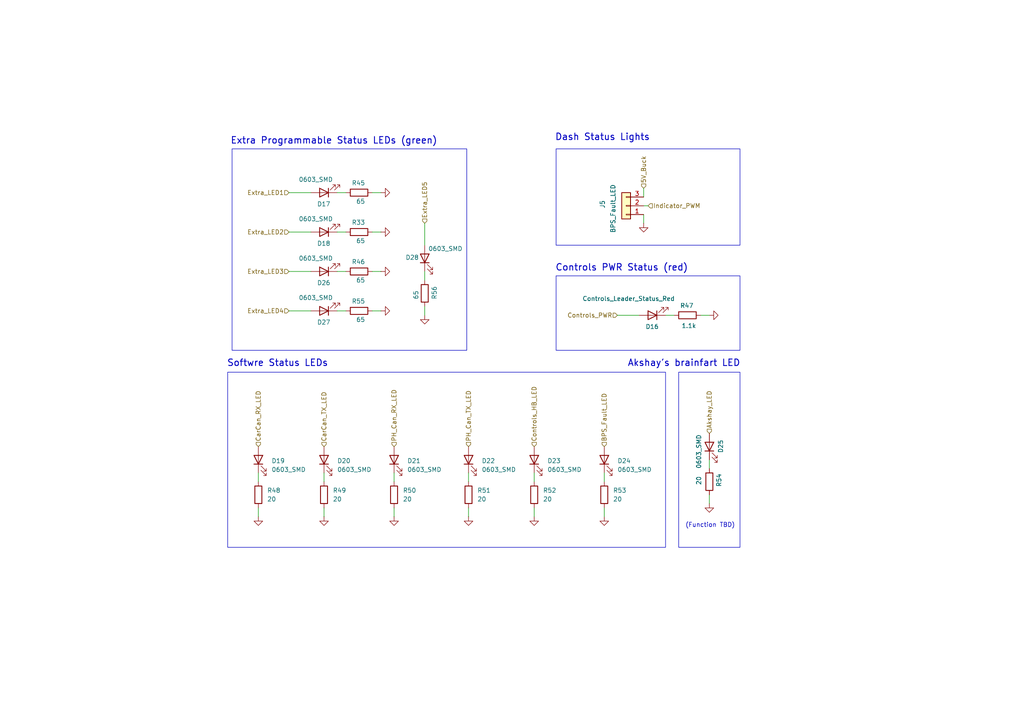
<source format=kicad_sch>
(kicad_sch (version 20250114) (generator "eeschema") (generator_version "9.0")
  (paper "A4")
  (lib_symbols
    (symbol "Connector_Generic:Conn_01x03" (pin_names (offset 1.016) (hide yes))
      (property "Reference" "J" (at 0 5.08 0))
      (property "Value" "Conn_01x03" (at 0 -5.08 0))
      (symbol "Conn_01x03_1_1"
        (rectangle (start -1.27 3.81) (end 1.27 -3.81) (stroke (width 0.254)) (fill (type background)))
        (rectangle (start -1.27 2.667) (end 0 2.413) (stroke (width 0.1524)))
        (rectangle (start -1.27 0.127) (end 0 -0.127) (stroke (width 0.1524)))
        (rectangle (start -1.27 -2.413) (end 0 -2.667) (stroke (width 0.1524)))
        (pin passive line (at -5.08 2.54 0) (length 3.81) (name "Pin_1") (number "1"))
        (pin passive line (at -5.08 0 0) (length 3.81) (name "Pin_2") (number "2"))
        (pin passive line (at -5.08 -2.54 0) (length 3.81) (name "Pin_3") (number "3"))
      )
    )
    (symbol "Device:LED" (pin_numbers (hide yes)) (pin_names (offset 1.016) (hide yes))
      (property "Reference" "D" (at 0 2.54 0))
      (property "Value" "LED" (at 0 -2.54 0))
      (symbol "LED_0_1"
        (polyline (pts (xy -3.048 -0.762) (xy -4.572 -2.286) (xy -3.81 -2.286) (xy -4.572 -2.286) (xy -4.572 -1.524)))
        (polyline (pts (xy -1.778 -0.762) (xy -3.302 -2.286) (xy -2.54 -2.286) (xy -3.302 -2.286) (xy -3.302 -1.524)))
        (polyline (pts (xy -1.27 0) (xy 1.27 0)))
        (polyline (pts (xy -1.27 -1.27) (xy -1.27 1.27)) (stroke (width 0.254)))
        (polyline (pts (xy 1.27 -1.27) (xy 1.27 1.27) (xy -1.27 0) (xy 1.27 -1.27)) (stroke (width 0.254)))
      )
      (symbol "LED_1_1"
        (pin passive line (at -3.81 0 0) (length 2.54) (name "K") (number "1"))
        (pin passive line (at 3.81 0 180) (length 2.54) (name "A") (number "2"))
      )
    )
    (symbol "Device:R" (pin_numbers (hide yes)) (pin_names (offset 0))
      (property "Reference" "R" (at 2.032 0 90))
      (property "Value" "R" (at 0 0 90))
      (symbol "R_0_1"
        (rectangle (start -1.016 -2.54) (end 1.016 2.54) (stroke (width 0.254)))
      )
      (symbol "R_1_1"
        (pin passive line (at 0 3.81 270) (length 1.27) (name "~") (number "1"))
        (pin passive line (at 0 -3.81 90) (length 1.27) (name "~") (number "2"))
      )
    )
    (symbol "power:GND" (power) (pin_numbers (hide yes)) (pin_names (offset 0) (hide yes))
      (property "Value" "GND" (at 0 -3.81 0))
      (symbol "GND_0_1"
        (polyline (pts (xy 0 0) (xy 0 -1.27) (xy 1.27 -1.27) (xy 0 -2.54) (xy -1.27 -1.27) (xy 0 -1.27)))
      )
      (symbol "GND_1_1"
        (pin power_in line (at 0 0 270) (length 0) (name "~") (number "1"))
      )
    )
  )
  (rectangle (start 67.31 43.18) (end 135.382 101.6))
  (rectangle (start 161.29 43.18) (end 214.63 71.12))
  (rectangle (start 196.85 107.95) (end 214.63 158.75))
  (rectangle (start 66.04 107.95) (end 193.04 158.75))
  (rectangle (start 161.29 80.01) (end 214.63 101.6))
  (text "Akshay's brainfart LED" (at 198.374 105.41 0) (effects (font (size 1.905 1.905) (thickness 0.254) (bold yes))))
  (text "Extra Programmable Status LEDs (green)" (at 66.802 40.894 0) (effects (font (size 1.905 1.905) (thickness 0.254) (bold yes)) (justify left)))
  (text "Softwre Status LEDs" (at 80.518 105.41 0) (effects (font (size 1.905 1.905) (thickness 0.254) (bold yes))))
  (text "Controls PWR Status (red)" (at 161.036 77.724 0) (effects (font (size 1.905 1.905) (thickness 0.254) (bold yes)) (justify left)))
  (text "(Function TBD)" (at 205.994 152.4 0) (effects (font (size 1.27 1.27) (thickness 0.1588))))
  (text "Dash Status Lights" (at 174.752 39.878 0) (effects (font (size 1.905 1.905) (thickness 0.254) (bold yes))))
  (wire (pts (xy 179.07 91.44) (xy 185.42 91.44)))
  (wire (pts (xy 74.93 147.32) (xy 74.93 149.86)))
  (wire (pts (xy 97.79 78.74) (xy 100.33 78.74)))
  (wire (pts (xy 123.19 78.74) (xy 123.19 81.28)))
  (wire (pts (xy 97.79 55.88) (xy 100.33 55.88)))
  (wire (pts (xy 83.82 90.17) (xy 90.17 90.17)))
  (wire (pts (xy 74.93 137.16) (xy 74.93 139.7)))
  (wire (pts (xy 205.74 133.35) (xy 205.74 135.89)))
  (wire (pts (xy 93.98 147.32) (xy 93.98 149.86)))
  (wire (pts (xy 135.89 147.32) (xy 135.89 149.86)))
  (wire (pts (xy 175.26 147.32) (xy 175.26 149.86)))
  (wire (pts (xy 83.82 55.88) (xy 90.17 55.88)))
  (wire (pts (xy 205.74 143.51) (xy 205.74 146.05)))
  (wire (pts (xy 203.2 91.44) (xy 205.74 91.44)))
  (wire (pts (xy 175.26 137.16) (xy 175.26 139.7)))
  (wire (pts (xy 123.19 88.9) (xy 123.19 91.44)))
  (wire (pts (xy 186.69 62.23) (xy 186.69 64.77)))
  (wire (pts (xy 154.94 147.32) (xy 154.94 149.86)))
  (wire (pts (xy 83.82 78.74) (xy 90.17 78.74)))
  (wire (pts (xy 123.19 64.77) (xy 123.19 71.12)))
  (wire (pts (xy 107.95 55.88) (xy 110.49 55.88)))
  (wire (pts (xy 193.04 91.44) (xy 195.58 91.44)))
  (wire (pts (xy 186.69 54.61) (xy 186.69 57.15)))
  (wire (pts (xy 154.94 137.16) (xy 154.94 139.7)))
  (wire (pts (xy 187.96 59.69) (xy 186.69 59.69)))
  (wire (pts (xy 93.98 137.16) (xy 93.98 139.7)))
  (wire (pts (xy 107.95 67.31) (xy 110.49 67.31)))
  (wire (pts (xy 107.95 78.74) (xy 110.49 78.74)))
  (wire (pts (xy 114.3 137.16) (xy 114.3 139.7)))
  (wire (pts (xy 135.89 137.16) (xy 135.89 139.7)))
  (wire (pts (xy 114.3 147.32) (xy 114.3 149.86)))
  (wire (pts (xy 83.82 67.31) (xy 90.17 67.31)))
  (wire (pts (xy 107.95 90.17) (xy 110.49 90.17)))
  (wire (pts (xy 97.79 90.17) (xy 100.33 90.17)))
  (wire (pts (xy 97.79 67.31) (xy 100.33 67.31)))
  (hierarchical_label "Akshay_LED" (shape input) (at 205.74 125.73 90))
  (hierarchical_label "PH_Can_TX_LED" (shape input) (at 135.89 129.54 90))
  (hierarchical_label "5V_Buck" (shape input) (at 186.69 54.61 90))
  (hierarchical_label "PH_Can_RX_LED" (shape input) (at 114.3 129.54 90))
  (hierarchical_label "Extra_LED5" (shape input) (at 123.19 64.77 90))
  (hierarchical_label "Controls_HB_LED" (shape input) (at 154.94 129.54 90))
  (hierarchical_label "Extra_LED4" (shape input) (at 83.82 90.17 180))
  (hierarchical_label "Extra_LED2" (shape input) (at 83.82 67.31 180))
  (hierarchical_label "Extra_LED1" (shape input) (at 83.82 55.88 180))
  (hierarchical_label "CarCan_RX_LED" (shape input) (at 74.93 129.54 90))
  (hierarchical_label "Controls_PWR" (shape input) (at 179.07 91.44 180))
  (hierarchical_label "Extra_LED3" (shape input) (at 83.82 78.74 180))
  (hierarchical_label "BPS_Fault_LED" (shape input) (at 175.26 129.54 90))
  (hierarchical_label "CarCan_TX_LED" (shape input) (at 93.98 129.54 90))
  (hierarchical_label "Indicator_PWM" (shape input) (at 187.96 59.69 0))
  (symbol (lib_id "Device:LED") (at 93.98 67.31 180) (unit 1)
    (property "Reference" "D18" (at 91.948 70.612 0) (effects (justify right)))
    (property "Value" "0603_SMD" (at 86.614 63.5 0) (effects (justify right)))
    (property "Footprint" "LED_SMD:LED_0201_0603Metric_Pad0.64x0.40mm_HandSolder" (effects (hide yes)))
    (property "Description" "Light emitting diode" (effects (hide yes)))
    (property "Sim.Pins" "1=K 2=A" (effects (hide yes)))
    (property "Distributor Link" "https://www.digikey.com/en/products/detail/ams-osram-usa-inc/LG-Q976-01-MGNI-35-1/21556493" (effects (hide yes)))
    (property "Manufacturer" "Digikey" (effects (hide yes)))
    (property "Manufacturer Prt #" "LG Q976.01-MGNI-35-1" (effects (hide yes)))
  )
  (symbol (lib_id "Device:R") (at 154.94 143.51 0) (unit 1)
    (property "Reference" "R52" (at 157.48 142.2399 0) (effects (justify left)))
    (property "Value" "20" (at 157.48 144.7799 0) (effects (justify left)))
    (property "Footprint" "Capacitor_SMD:C_0201_0603Metric_Pad0.64x0.40mm_HandSolder" (effects (hide yes)))
    (property "Description" "Resistor" (effects (hide yes)))
  )
  (symbol (lib_id "power:GND") (at 110.49 67.31 90) (unit 1)
    (property "Reference" "#PWR069" (effects (hide yes)))
    (property "Value" "GND" (effects (hide yes)))
    (property "Description" "Power symbol creates a global label with name \"GND\" , ground" (effects (hide yes)))
  )
  (symbol (lib_id "Device:LED") (at 205.74 129.54 90) (unit 1)
    (property "Reference" "D25" (at 209.042 127.508 0) (effects (justify right)))
    (property "Value" "0603_SMD" (at 202.692 125.984 0) (effects (justify right)))
    (property "Footprint" "LED_SMD:LED_0201_0603Metric_Pad0.64x0.40mm_HandSolder" (effects (hide yes)))
    (property "Description" "Light emitting diode" (effects (hide yes)))
    (property "Sim.Pins" "1=K 2=A" (effects (hide yes)))
    (property "Distributor Link" "https://www.digikey.com/en/products/detail/ams-osram-usa-inc/LG-Q976-01-MGNI-35-1/21556493" (effects (hide yes)))
    (property "Manufacturer" "Digikey" (effects (hide yes)))
    (property "Manufacturer Prt #" "LG Q976.01-MGNI-35-1" (effects (hide yes)))
  )
  (symbol (lib_id "Device:R") (at 104.14 55.88 90) (unit 1)
    (property "Reference" "R45" (at 105.918 53.086 90) (effects (justify left)))
    (property "Value" "65" (at 105.918 58.42 90) (effects (justify left)))
    (property "Footprint" "Capacitor_SMD:C_0201_0603Metric_Pad0.64x0.40mm_HandSolder" (effects (hide yes)))
    (property "Description" "Resistor" (effects (hide yes)))
  )
  (symbol (lib_id "Device:R") (at 123.19 85.09 0) (unit 1)
    (property "Reference" "R56" (at 125.984 86.868 90) (effects (justify left)))
    (property "Value" "65" (at 120.65 86.868 90) (effects (justify left)))
    (property "Footprint" "Capacitor_SMD:C_0201_0603Metric_Pad0.64x0.40mm_HandSolder" (effects (hide yes)))
    (property "Description" "Resistor" (effects (hide yes)))
  )
  (symbol (lib_id "Device:LED") (at 114.3 133.35 90) (unit 1)
    (property "Reference" "D21" (at 118.11 133.6674 90) (effects (justify right)))
    (property "Value" "0603_SMD" (at 118.11 136.2074 90) (effects (justify right)))
    (property "Footprint" "LED_SMD:LED_0201_0603Metric_Pad0.64x0.40mm_HandSolder" (effects (hide yes)))
    (property "Description" "Light emitting diode" (effects (hide yes)))
    (property "Sim.Pins" "1=K 2=A" (effects (hide yes)))
    (property "Distributor Link" "https://www.digikey.com/en/products/detail/ams-osram-usa-inc/LG-Q976-01-MGNI-35-1/21556493" (effects (hide yes)))
    (property "Manufacturer" "Digikey" (effects (hide yes)))
    (property "Manufacturer Prt #" "LG Q976.01-MGNI-35-1" (effects (hide yes)))
  )
  (symbol (lib_id "Device:LED") (at 135.89 133.35 90) (unit 1)
    (property "Reference" "D22" (at 139.7 133.6674 90) (effects (justify right)))
    (property "Value" "0603_SMD" (at 139.7 136.2074 90) (effects (justify right)))
    (property "Footprint" "LED_SMD:LED_0201_0603Metric_Pad0.64x0.40mm_HandSolder" (effects (hide yes)))
    (property "Description" "Light emitting diode" (effects (hide yes)))
    (property "Sim.Pins" "1=K 2=A" (effects (hide yes)))
    (property "Distributor Link" "https://www.digikey.com/en/products/detail/ams-osram-usa-inc/LG-Q976-01-MGNI-35-1/21556493" (effects (hide yes)))
    (property "Manufacturer" "Digikey" (effects (hide yes)))
    (property "Manufacturer Prt #" "LG Q976.01-MGNI-35-1" (effects (hide yes)))
  )
  (symbol (lib_id "Device:LED") (at 123.19 74.93 90) (unit 1)
    (property "Reference" "D28" (at 117.602 74.676 90) (effects (justify right)))
    (property "Value" "0603_SMD" (at 124.206 72.136 90) (effects (justify right)))
    (property "Footprint" "LED_SMD:LED_0201_0603Metric_Pad0.64x0.40mm_HandSolder" (effects (hide yes)))
    (property "Description" "Light emitting diode" (effects (hide yes)))
    (property "Sim.Pins" "1=K 2=A" (effects (hide yes)))
    (property "Distributor Link" "https://www.digikey.com/en/products/detail/ams-osram-usa-inc/LG-Q976-01-MGNI-35-1/21556493" (effects (hide yes)))
    (property "Manufacturer" "Digikey" (effects (hide yes)))
    (property "Manufacturer Prt #" "LG Q976.01-MGNI-35-1" (effects (hide yes)))
  )
  (symbol (lib_id "Device:R") (at 114.3 143.51 0) (unit 1)
    (property "Reference" "R50" (at 116.84 142.2399 0) (effects (justify left)))
    (property "Value" "20" (at 116.84 144.7799 0) (effects (justify left)))
    (property "Footprint" "Capacitor_SMD:C_0201_0603Metric_Pad0.64x0.40mm_HandSolder" (effects (hide yes)))
    (property "Description" "Resistor" (effects (hide yes)))
  )
  (symbol (lib_id "Device:LED") (at 74.93 133.35 90) (unit 1)
    (property "Reference" "D19" (at 78.74 133.6674 90) (effects (justify right)))
    (property "Value" "0603_SMD" (at 78.74 136.2074 90) (effects (justify right)))
    (property "Footprint" "LED_SMD:LED_0201_0603Metric_Pad0.64x0.40mm_HandSolder" (effects (hide yes)))
    (property "Description" "Light emitting diode" (effects (hide yes)))
    (property "Sim.Pins" "1=K 2=A" (effects (hide yes)))
    (property "Distributor Link" "https://www.digikey.com/en/products/detail/ams-osram-usa-inc/LG-Q976-01-MGNI-35-1/21556493" (effects (hide yes)))
    (property "Manufacturer" "Digikey" (effects (hide yes)))
    (property "Manufacturer Prt #" "LG Q976.01-MGNI-35-1" (effects (hide yes)))
  )
  (symbol (lib_id "Device:R") (at 104.14 90.17 90) (unit 1)
    (property "Reference" "R55" (at 105.918 87.376 90) (effects (justify left)))
    (property "Value" "65" (at 105.918 92.71 90) (effects (justify left)))
    (property "Footprint" "Capacitor_SMD:C_0201_0603Metric_Pad0.64x0.40mm_HandSolder" (effects (hide yes)))
    (property "Description" "Resistor" (effects (hide yes)))
  )
  (symbol (lib_id "power:GND") (at 135.89 149.86 0) (unit 1)
    (property "Reference" "#PWR074" (effects (hide yes)))
    (property "Value" "GND" (effects (hide yes)))
    (property "Description" "Power symbol creates a global label with name \"GND\" , ground" (effects (hide yes)))
  )
  (symbol (lib_id "Device:R") (at 135.89 143.51 0) (unit 1)
    (property "Reference" "R51" (at 138.43 142.2399 0) (effects (justify left)))
    (property "Value" "20" (at 138.43 144.7799 0) (effects (justify left)))
    (property "Footprint" "Capacitor_SMD:C_0201_0603Metric_Pad0.64x0.40mm_HandSolder" (effects (hide yes)))
    (property "Description" "Resistor" (effects (hide yes)))
  )
  (symbol (lib_id "Device:LED") (at 93.98 133.35 90) (unit 1)
    (property "Reference" "D20" (at 97.79 133.6674 90) (effects (justify right)))
    (property "Value" "0603_SMD" (at 97.79 136.2074 90) (effects (justify right)))
    (property "Footprint" "LED_SMD:LED_0201_0603Metric_Pad0.64x0.40mm_HandSolder" (effects (hide yes)))
    (property "Description" "Light emitting diode" (effects (hide yes)))
    (property "Sim.Pins" "1=K 2=A" (effects (hide yes)))
    (property "Distributor Link" "https://www.digikey.com/en/products/detail/ams-osram-usa-inc/LG-Q976-01-MGNI-35-1/21556493" (effects (hide yes)))
    (property "Manufacturer" "Digikey" (effects (hide yes)))
    (property "Manufacturer Prt #" "LG Q976.01-MGNI-35-1" (effects (hide yes)))
  )
  (symbol (lib_id "Device:R") (at 93.98 143.51 0) (unit 1)
    (property "Reference" "R49" (at 96.52 142.2399 0) (effects (justify left)))
    (property "Value" "20" (at 96.52 144.7799 0) (effects (justify left)))
    (property "Footprint" "Capacitor_SMD:C_0201_0603Metric_Pad0.64x0.40mm_HandSolder" (effects (hide yes)))
    (property "Description" "Resistor" (effects (hide yes)))
  )
  (symbol (lib_id "power:GND") (at 205.74 146.05 0) (unit 1)
    (property "Reference" "#PWR077" (effects (hide yes)))
    (property "Value" "GND" (effects (hide yes)))
    (property "Description" "Power symbol creates a global label with name \"GND\" , ground" (effects (hide yes)))
  )
  (symbol (lib_id "power:GND") (at 110.49 55.88 90) (unit 1)
    (property "Reference" "#PWR067" (effects (hide yes)))
    (property "Value" "GND" (effects (hide yes)))
    (property "Description" "Power symbol creates a global label with name \"GND\" , ground" (effects (hide yes)))
  )
  (symbol (lib_id "power:GND") (at 205.74 91.44 90) (unit 1)
    (property "Reference" "#PWR058" (effects (hide yes)))
    (property "Value" "GND" (effects (hide yes)))
    (property "Description" "Power symbol creates a global label with name \"GND\" , ground" (effects (hide yes)))
  )
  (symbol (lib_id "Device:LED") (at 175.26 133.35 90) (unit 1)
    (property "Reference" "D24" (at 179.07 133.6674 90) (effects (justify right)))
    (property "Value" "0603_SMD" (at 179.07 136.2074 90) (effects (justify right)))
    (property "Footprint" "LED_SMD:LED_0201_0603Metric_Pad0.64x0.40mm_HandSolder" (effects (hide yes)))
    (property "Description" "Light emitting diode" (effects (hide yes)))
    (property "Sim.Pins" "1=K 2=A" (effects (hide yes)))
    (property "Distributor Link" "https://www.digikey.com/en/products/detail/ams-osram-usa-inc/LG-Q976-01-MGNI-35-1/21556493" (effects (hide yes)))
    (property "Manufacturer" "Digikey" (effects (hide yes)))
    (property "Manufacturer Prt #" "LG Q976.01-MGNI-35-1" (effects (hide yes)))
  )
  (symbol (lib_id "power:GND") (at 93.98 149.86 0) (unit 1)
    (property "Reference" "#PWR065" (effects (hide yes)))
    (property "Value" "GND" (effects (hide yes)))
    (property "Description" "Power symbol creates a global label with name \"GND\" , ground" (effects (hide yes)))
  )
  (symbol (lib_id "power:GND") (at 154.94 149.86 0) (unit 1)
    (property "Reference" "#PWR075" (effects (hide yes)))
    (property "Value" "GND" (effects (hide yes)))
    (property "Description" "Power symbol creates a global label with name \"GND\" , ground" (effects (hide yes)))
  )
  (symbol (lib_id "power:GND") (at 123.19 91.44 0) (unit 1)
    (property "Reference" "#PWR080" (effects (hide yes)))
    (property "Value" "GND" (effects (hide yes)))
    (property "Description" "Power symbol creates a global label with name \"GND\" , ground" (effects (hide yes)))
  )
  (symbol (lib_id "Device:LED") (at 189.23 91.44 180) (unit 1)
    (property "Reference" "D16" (at 187.198 94.742 0) (effects (justify right)))
    (property "Value" "Controls_Leader_Status_Red" (at 168.91 86.614 0) (effects (justify right)))
    (property "Footprint" "LED_SMD:LED_0201_0603Metric_Pad0.64x0.40mm_HandSolder" (effects (hide yes)))
    (property "Description" "Light emitting diode" (effects (hide yes)))
    (property "Sim.Pins" "1=K 2=A" (effects (hide yes)))
    (property "Distributor Link" "https://www.digikey.com/en/products/detail/ams-osram-usa-inc/LS-Q976-01-N1Q2-1-20-R18/21556498" (effects (hide yes)))
    (property "Manufacturer" "DigiKey" (effects (hide yes)))
    (property "Manufacturer Prt #" "LS Q976.01-N1Q2-1-20-R18" (effects (hide yes)))
  )
  (symbol (lib_id "Device:R") (at 199.39 91.44 90) (unit 1)
    (property "Reference" "R47" (at 201.168 88.646 90) (effects (justify left)))
    (property "Value" "1.1k" (at 201.93 94.488 90) (effects (justify left)))
    (property "Footprint" "Capacitor_SMD:C_0201_0603Metric_Pad0.64x0.40mm_HandSolder" (effects (hide yes)))
    (property "Description" "Resistor" (effects (hide yes)))
  )
  (symbol (lib_id "power:GND") (at 74.93 149.86 0) (unit 1)
    (property "Reference" "#PWR064" (effects (hide yes)))
    (property "Value" "GND" (effects (hide yes)))
    (property "Description" "Power symbol creates a global label with name \"GND\" , ground" (effects (hide yes)))
  )
  (symbol (lib_id "power:GND") (at 110.49 78.74 90) (unit 1)
    (property "Reference" "#PWR078" (effects (hide yes)))
    (property "Value" "GND" (effects (hide yes)))
    (property "Description" "Power symbol creates a global label with name \"GND\" , ground" (effects (hide yes)))
  )
  (symbol (lib_id "Device:R") (at 104.14 78.74 90) (unit 1)
    (property "Reference" "R46" (at 105.918 75.946 90) (effects (justify left)))
    (property "Value" "65" (at 105.918 81.28 90) (effects (justify left)))
    (property "Footprint" "Capacitor_SMD:C_0201_0603Metric_Pad0.64x0.40mm_HandSolder" (effects (hide yes)))
    (property "Description" "Resistor" (effects (hide yes)))
  )
  (symbol (lib_id "Device:R") (at 104.14 67.31 90) (unit 1)
    (property "Reference" "R33" (at 105.918 64.516 90) (effects (justify left)))
    (property "Value" "65" (at 105.918 69.85 90) (effects (justify left)))
    (property "Footprint" "Capacitor_SMD:C_0201_0603Metric_Pad0.64x0.40mm_HandSolder" (effects (hide yes)))
    (property "Description" "Resistor" (effects (hide yes)))
  )
  (symbol (lib_id "Device:LED") (at 154.94 133.35 90) (unit 1)
    (property "Reference" "D23" (at 158.75 133.6674 90) (effects (justify right)))
    (property "Value" "0603_SMD" (at 158.75 136.2074 90) (effects (justify right)))
    (property "Footprint" "LED_SMD:LED_0201_0603Metric_Pad0.64x0.40mm_HandSolder" (effects (hide yes)))
    (property "Description" "Light emitting diode" (effects (hide yes)))
    (property "Sim.Pins" "1=K 2=A" (effects (hide yes)))
    (property "Distributor Link" "https://www.digikey.com/en/products/detail/ams-osram-usa-inc/LG-Q976-01-MGNI-35-1/21556493" (effects (hide yes)))
    (property "Manufacturer" "Digikey" (effects (hide yes)))
    (property "Manufacturer Prt #" "LG Q976.01-MGNI-35-1" (effects (hide yes)))
  )
  (symbol (lib_id "Device:LED") (at 93.98 78.74 180) (unit 1)
    (property "Reference" "D26" (at 91.948 82.042 0) (effects (justify right)))
    (property "Value" "0603_SMD" (at 86.614 74.93 0) (effects (justify right)))
    (property "Footprint" "LED_SMD:LED_0201_0603Metric_Pad0.64x0.40mm_HandSolder" (effects (hide yes)))
    (property "Description" "Light emitting diode" (effects (hide yes)))
    (property "Sim.Pins" "1=K 2=A" (effects (hide yes)))
    (property "Distributor Link" "https://www.digikey.com/en/products/detail/ams-osram-usa-inc/LG-Q976-01-MGNI-35-1/21556493" (effects (hide yes)))
    (property "Manufacturer" "Digikey" (effects (hide yes)))
    (property "Manufacturer Prt #" "LG Q976.01-MGNI-35-1" (effects (hide yes)))
  )
  (symbol (lib_id "Device:R") (at 175.26 143.51 0) (unit 1)
    (property "Reference" "R53" (at 177.8 142.2399 0) (effects (justify left)))
    (property "Value" "20" (at 177.8 144.7799 0) (effects (justify left)))
    (property "Footprint" "Capacitor_SMD:C_0201_0603Metric_Pad0.64x0.40mm_HandSolder" (effects (hide yes)))
    (property "Description" "Resistor" (effects (hide yes)))
  )
  (symbol (lib_id "power:GND") (at 114.3 149.86 0) (unit 1)
    (property "Reference" "#PWR071" (effects (hide yes)))
    (property "Value" "GND" (effects (hide yes)))
    (property "Description" "Power symbol creates a global label with name \"GND\" , ground" (effects (hide yes)))
  )
  (symbol (lib_id "Device:LED") (at 93.98 90.17 180) (unit 1)
    (property "Reference" "D27" (at 91.948 93.472 0) (effects (justify right)))
    (property "Value" "0603_SMD" (at 86.614 86.36 0) (effects (justify right)))
    (property "Footprint" "LED_SMD:LED_0201_0603Metric_Pad0.64x0.40mm_HandSolder" (effects (hide yes)))
    (property "Description" "Light emitting diode" (effects (hide yes)))
    (property "Sim.Pins" "1=K 2=A" (effects (hide yes)))
    (property "Distributor Link" "https://www.digikey.com/en/products/detail/ams-osram-usa-inc/LG-Q976-01-MGNI-35-1/21556493" (effects (hide yes)))
    (property "Manufacturer" "Digikey" (effects (hide yes)))
    (property "Manufacturer Prt #" "LG Q976.01-MGNI-35-1" (effects (hide yes)))
  )
  (symbol (lib_id "power:GND") (at 110.49 90.17 90) (unit 1)
    (property "Reference" "#PWR079" (effects (hide yes)))
    (property "Value" "GND" (effects (hide yes)))
    (property "Description" "Power symbol creates a global label with name \"GND\" , ground" (effects (hide yes)))
  )
  (symbol (lib_id "Device:LED") (at 93.98 55.88 180) (unit 1)
    (property "Reference" "D17" (at 91.948 59.182 0) (effects (justify right)))
    (property "Value" "0603_SMD" (at 86.614 52.07 0) (effects (justify right)))
    (property "Footprint" "LED_SMD:LED_0201_0603Metric_Pad0.64x0.40mm_HandSolder" (effects (hide yes)))
    (property "Description" "Light emitting diode" (effects (hide yes)))
    (property "Sim.Pins" "1=K 2=A" (effects (hide yes)))
    (property "Distributor Link" "https://www.digikey.com/en/products/detail/ams-osram-usa-inc/LG-Q976-01-MGNI-35-1/21556493" (effects (hide yes)))
    (property "Manufacturer" "Digikey" (effects (hide yes)))
    (property "Manufacturer Prt #" "LG Q976.01-MGNI-35-1" (effects (hide yes)))
  )
  (symbol (lib_id "Device:R") (at 205.74 139.7 0) (unit 1)
    (property "Reference" "R54" (at 208.534 141.224 90) (effects (justify left)))
    (property "Value" "20" (at 202.692 140.716 90) (effects (justify left)))
    (property "Footprint" "Capacitor_SMD:C_0201_0603Metric_Pad0.64x0.40mm_HandSolder" (effects (hide yes)))
    (property "Description" "Resistor" (effects (hide yes)))
  )
  (symbol (lib_id "power:GND") (at 186.69 64.77 0) (unit 1)
    (property "Reference" "#PWR060" (effects (hide yes)))
    (property "Value" "GND" (effects (hide yes)))
    (property "Description" "Power symbol creates a global label with name \"GND\" , ground" (effects (hide yes)))
  )
  (symbol (lib_id "Device:R") (at 74.93 143.51 0) (unit 1)
    (property "Reference" "R48" (at 77.47 142.2399 0) (effects (justify left)))
    (property "Value" "20" (at 77.47 144.7799 0) (effects (justify left)))
    (property "Footprint" "Capacitor_SMD:C_0201_0603Metric_Pad0.64x0.40mm_HandSolder" (effects (hide yes)))
    (property "Description" "Resistor" (effects (hide yes)))
  )
  (symbol (lib_id "power:GND") (at 175.26 149.86 0) (unit 1)
    (property "Reference" "#PWR076" (effects (hide yes)))
    (property "Value" "GND" (effects (hide yes)))
    (property "Description" "Power symbol creates a global label with name \"GND\" , ground" (effects (hide yes)))
  )
  (symbol (lib_id "Connector_Generic:Conn_01x03") (at 181.61 59.69 180) (unit 1)
    (property "Reference" "J5" (at 174.752 60.452 90) (effects (justify right)))
    (property "Value" "BPS_Fault_LED" (at 177.8 67.564 90) (effects (justify right)))
    (property "Footprint" "Connector_Molex:Molex_Micro-Fit_3.0_43650-0300_1x03_P3.00mm_Horizontal" (effects (hide yes)))
    (property "Datasheet" "https://configured-product-images.s3.amazonaws.com/Datasheets/100.pdf" (effects (hide yes)))
    (property "Description" "Generic connector, single row, 01x03, script generated (kicad-library-utils/schlib/autogen/connector/)" (effects (hide yes)))
    (property "P/N" "43650-0300" (effects (hide yes)))
  )
)
</source>
